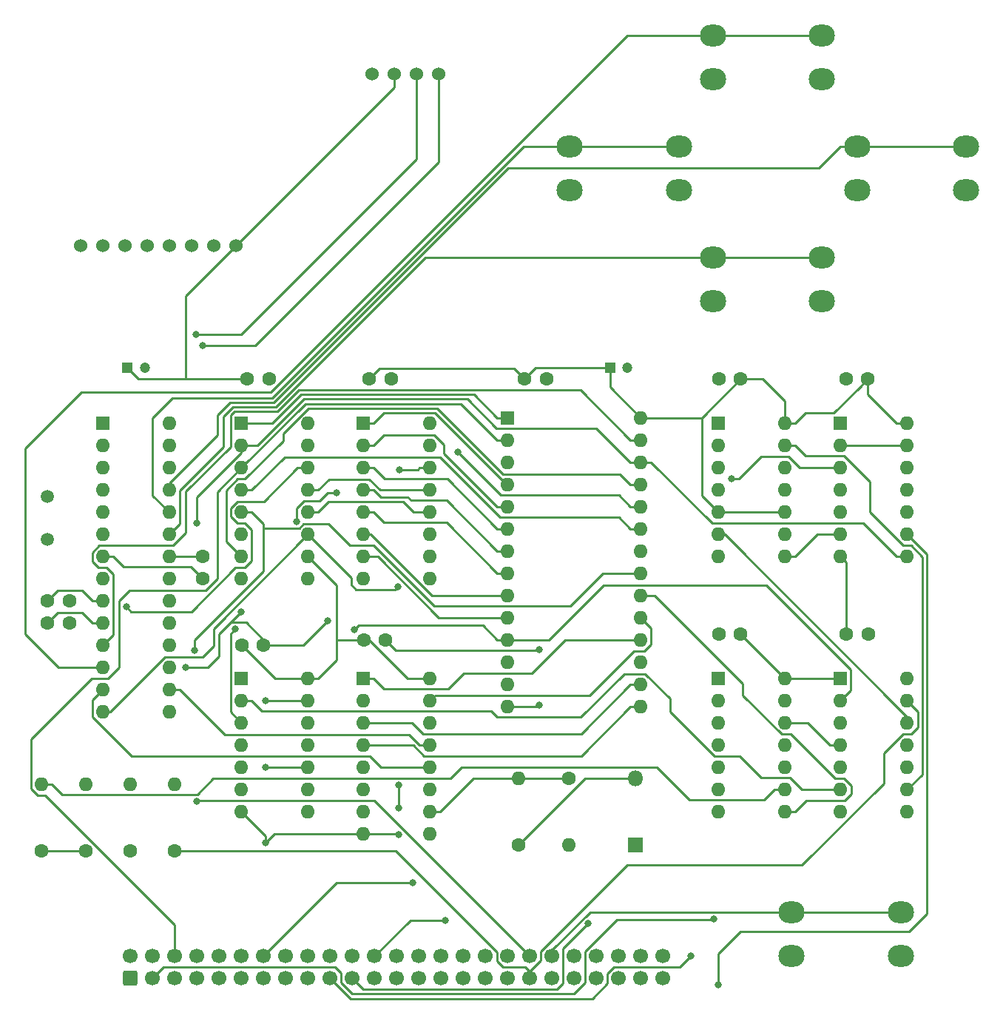
<source format=gbl>
G04 #@! TF.GenerationSoftware,KiCad,Pcbnew,(6.0.2-0)*
G04 #@! TF.CreationDate,2023-05-16T15:47:16+01:00*
G04 #@! TF.ProjectId,cpc6128_rom_board,63706336-3132-4385-9f72-6f6d5f626f61,1*
G04 #@! TF.SameCoordinates,Original*
G04 #@! TF.FileFunction,Copper,L2,Bot*
G04 #@! TF.FilePolarity,Positive*
%FSLAX46Y46*%
G04 Gerber Fmt 4.6, Leading zero omitted, Abs format (unit mm)*
G04 Created by KiCad (PCBNEW (6.0.2-0)) date 2023-05-16 15:47:16*
%MOMM*%
%LPD*%
G01*
G04 APERTURE LIST*
G04 Aperture macros list*
%AMRoundRect*
0 Rectangle with rounded corners*
0 $1 Rounding radius*
0 $2 $3 $4 $5 $6 $7 $8 $9 X,Y pos of 4 corners*
0 Add a 4 corners polygon primitive as box body*
4,1,4,$2,$3,$4,$5,$6,$7,$8,$9,$2,$3,0*
0 Add four circle primitives for the rounded corners*
1,1,$1+$1,$2,$3*
1,1,$1+$1,$4,$5*
1,1,$1+$1,$6,$7*
1,1,$1+$1,$8,$9*
0 Add four rect primitives between the rounded corners*
20,1,$1+$1,$2,$3,$4,$5,0*
20,1,$1+$1,$4,$5,$6,$7,0*
20,1,$1+$1,$6,$7,$8,$9,0*
20,1,$1+$1,$8,$9,$2,$3,0*%
G04 Aperture macros list end*
G04 #@! TA.AperFunction,ComponentPad*
%ADD10C,1.600000*%
G04 #@! TD*
G04 #@! TA.AperFunction,ComponentPad*
%ADD11O,3.000000X2.500000*%
G04 #@! TD*
G04 #@! TA.AperFunction,ComponentPad*
%ADD12R,1.600000X1.600000*%
G04 #@! TD*
G04 #@! TA.AperFunction,ComponentPad*
%ADD13O,1.600000X1.600000*%
G04 #@! TD*
G04 #@! TA.AperFunction,ComponentPad*
%ADD14RoundRect,0.250000X0.600000X-0.600000X0.600000X0.600000X-0.600000X0.600000X-0.600000X-0.600000X0*%
G04 #@! TD*
G04 #@! TA.AperFunction,ComponentPad*
%ADD15C,1.700000*%
G04 #@! TD*
G04 #@! TA.AperFunction,ComponentPad*
%ADD16C,1.500000*%
G04 #@! TD*
G04 #@! TA.AperFunction,ComponentPad*
%ADD17R,1.800000X1.800000*%
G04 #@! TD*
G04 #@! TA.AperFunction,ComponentPad*
%ADD18O,1.800000X1.800000*%
G04 #@! TD*
G04 #@! TA.AperFunction,ComponentPad*
%ADD19C,1.524000*%
G04 #@! TD*
G04 #@! TA.AperFunction,ComponentPad*
%ADD20R,1.200000X1.200000*%
G04 #@! TD*
G04 #@! TA.AperFunction,ComponentPad*
%ADD21C,1.200000*%
G04 #@! TD*
G04 #@! TA.AperFunction,ViaPad*
%ADD22C,0.800000*%
G04 #@! TD*
G04 #@! TA.AperFunction,Conductor*
%ADD23C,0.254000*%
G04 #@! TD*
G04 APERTURE END LIST*
D10*
X69870000Y-110490000D03*
X72370000Y-110490000D03*
D11*
X107425000Y-53420000D03*
X119925000Y-53420000D03*
X107425000Y-58420000D03*
X119925000Y-58420000D03*
D12*
X83820000Y-114300000D03*
D13*
X83820000Y-116840000D03*
X83820000Y-119380000D03*
X83820000Y-121920000D03*
X83820000Y-124460000D03*
X83820000Y-127000000D03*
X83820000Y-129540000D03*
X83820000Y-132080000D03*
X91440000Y-132080000D03*
X91440000Y-129540000D03*
X91440000Y-127000000D03*
X91440000Y-124460000D03*
X91440000Y-121920000D03*
X91440000Y-119380000D03*
X91440000Y-116840000D03*
X91440000Y-114300000D03*
D11*
X145325000Y-141010000D03*
X132825000Y-141010000D03*
X132825000Y-146010000D03*
X145325000Y-146010000D03*
D10*
X52070000Y-133985000D03*
D13*
X52070000Y-126365000D03*
D14*
X57150000Y-148590000D03*
D15*
X57150000Y-146050000D03*
X59690000Y-148590000D03*
X59690000Y-146050000D03*
X62230000Y-148590000D03*
X62230000Y-146050000D03*
X64770000Y-148590000D03*
X64770000Y-146050000D03*
X67310000Y-148590000D03*
X67310000Y-146050000D03*
X69850000Y-148590000D03*
X69850000Y-146050000D03*
X72390000Y-148590000D03*
X72390000Y-146050000D03*
X74930000Y-148590000D03*
X74930000Y-146050000D03*
X77470000Y-148590000D03*
X77470000Y-146050000D03*
X80010000Y-148590000D03*
X80010000Y-146050000D03*
X82550000Y-148590000D03*
X82550000Y-146050000D03*
X85090000Y-148590000D03*
X85090000Y-146050000D03*
X87630000Y-148590000D03*
X87630000Y-146050000D03*
X90170000Y-148590000D03*
X90170000Y-146050000D03*
X92710000Y-148590000D03*
X92710000Y-146050000D03*
X95250000Y-148590000D03*
X95250000Y-146050000D03*
X97790000Y-148590000D03*
X97790000Y-146050000D03*
X100330000Y-148590000D03*
X100330000Y-146050000D03*
X102870000Y-148590000D03*
X102870000Y-146050000D03*
X105410000Y-148590000D03*
X105410000Y-146050000D03*
X107950000Y-148590000D03*
X107950000Y-146050000D03*
X110490000Y-148590000D03*
X110490000Y-146050000D03*
X113030000Y-148590000D03*
X113030000Y-146050000D03*
X115570000Y-148590000D03*
X115570000Y-146050000D03*
X118110000Y-148590000D03*
X118110000Y-146050000D03*
D10*
X62230000Y-133985000D03*
D13*
X62230000Y-126365000D03*
D10*
X70505000Y-80010000D03*
X73005000Y-80010000D03*
D12*
X83820000Y-85090000D03*
D13*
X83820000Y-87630000D03*
X83820000Y-90170000D03*
X83820000Y-92710000D03*
X83820000Y-95250000D03*
X83820000Y-97790000D03*
X83820000Y-100330000D03*
X83820000Y-102870000D03*
X91440000Y-102870000D03*
X91440000Y-100330000D03*
X91440000Y-97790000D03*
X91440000Y-95250000D03*
X91440000Y-92710000D03*
X91440000Y-90170000D03*
X91440000Y-87630000D03*
X91440000Y-85090000D03*
D10*
X46990000Y-133985000D03*
D13*
X46990000Y-126365000D03*
D16*
X47625000Y-98335000D03*
X47625000Y-93435000D03*
D10*
X84475000Y-80010000D03*
X86975000Y-80010000D03*
D12*
X69850000Y-85090000D03*
D13*
X69850000Y-87630000D03*
X69850000Y-90170000D03*
X69850000Y-92710000D03*
X69850000Y-95250000D03*
X69850000Y-97790000D03*
X69850000Y-100330000D03*
X69850000Y-102870000D03*
X77470000Y-102870000D03*
X77470000Y-100330000D03*
X77470000Y-97790000D03*
X77470000Y-95250000D03*
X77470000Y-92710000D03*
X77470000Y-90170000D03*
X77470000Y-87630000D03*
X77470000Y-85090000D03*
D17*
X114935000Y-133350000D03*
D18*
X114935000Y-125730000D03*
D11*
X123825000Y-40680000D03*
X136325000Y-40680000D03*
X136325000Y-45680000D03*
X123825000Y-45680000D03*
D10*
X83840000Y-109855000D03*
X86340000Y-109855000D03*
X47645000Y-105410000D03*
X50145000Y-105410000D03*
X47645000Y-107950000D03*
X50145000Y-107950000D03*
D12*
X53985000Y-85100000D03*
D13*
X53985000Y-87640000D03*
X53985000Y-90180000D03*
X53985000Y-92720000D03*
X53985000Y-95260000D03*
X53985000Y-97800000D03*
X53985000Y-100340000D03*
X53985000Y-102880000D03*
X53985000Y-105420000D03*
X53985000Y-107960000D03*
X53985000Y-110500000D03*
X53985000Y-113040000D03*
X53985000Y-115580000D03*
X53985000Y-118120000D03*
X61605000Y-118120000D03*
X61605000Y-115580000D03*
X61605000Y-113040000D03*
X61605000Y-110500000D03*
X61605000Y-107960000D03*
X61605000Y-105420000D03*
X61605000Y-102880000D03*
X61605000Y-100340000D03*
X61605000Y-97800000D03*
X61605000Y-95260000D03*
X61605000Y-92720000D03*
X61605000Y-90180000D03*
X61605000Y-87640000D03*
X61605000Y-85100000D03*
D12*
X138430000Y-114300000D03*
D13*
X138430000Y-116840000D03*
X138430000Y-119380000D03*
X138430000Y-121920000D03*
X138430000Y-124460000D03*
X138430000Y-127000000D03*
X138430000Y-129540000D03*
X146050000Y-129540000D03*
X146050000Y-127000000D03*
X146050000Y-124460000D03*
X146050000Y-121920000D03*
X146050000Y-119380000D03*
X146050000Y-116840000D03*
X146050000Y-114300000D03*
D10*
X107315000Y-125730000D03*
D13*
X107315000Y-133350000D03*
D10*
X102255000Y-80010000D03*
X104755000Y-80010000D03*
D12*
X138430000Y-85090000D03*
D13*
X138430000Y-87630000D03*
X138430000Y-90170000D03*
X138430000Y-92710000D03*
X138430000Y-95250000D03*
X138430000Y-97790000D03*
X138430000Y-100330000D03*
X146050000Y-100330000D03*
X146050000Y-97790000D03*
X146050000Y-95250000D03*
X146050000Y-92710000D03*
X146050000Y-90170000D03*
X146050000Y-87630000D03*
X146050000Y-85090000D03*
D10*
X124480000Y-109220000D03*
X126980000Y-109220000D03*
D12*
X100325000Y-84465000D03*
D13*
X100325000Y-87005000D03*
X100325000Y-89545000D03*
X100325000Y-92085000D03*
X100325000Y-94625000D03*
X100325000Y-97165000D03*
X100325000Y-99705000D03*
X100325000Y-102245000D03*
X100325000Y-104785000D03*
X100325000Y-107325000D03*
X100325000Y-109865000D03*
X100325000Y-112405000D03*
X100325000Y-114945000D03*
X100325000Y-117485000D03*
X115565000Y-117485000D03*
X115565000Y-114945000D03*
X115565000Y-112405000D03*
X115565000Y-109865000D03*
X115565000Y-107325000D03*
X115565000Y-104785000D03*
X115565000Y-102245000D03*
X115565000Y-99705000D03*
X115565000Y-97165000D03*
X115565000Y-94625000D03*
X115565000Y-92085000D03*
X115565000Y-89545000D03*
X115565000Y-87005000D03*
X115565000Y-84465000D03*
D19*
X69215000Y-64770000D03*
X66675000Y-64770000D03*
X64135000Y-64770000D03*
X61595000Y-64770000D03*
X59055000Y-64770000D03*
X56515000Y-64770000D03*
X53975000Y-64770000D03*
X51435000Y-64770000D03*
D12*
X69850000Y-114300000D03*
D13*
X69850000Y-116840000D03*
X69850000Y-119380000D03*
X69850000Y-121920000D03*
X69850000Y-124460000D03*
X69850000Y-127000000D03*
X69850000Y-129540000D03*
X77470000Y-129540000D03*
X77470000Y-127000000D03*
X77470000Y-124460000D03*
X77470000Y-121920000D03*
X77470000Y-119380000D03*
X77470000Y-116840000D03*
X77470000Y-114300000D03*
D20*
X112057400Y-78740000D03*
D21*
X114057400Y-78740000D03*
D12*
X124470000Y-114295000D03*
D13*
X124470000Y-116835000D03*
X124470000Y-119375000D03*
X124470000Y-121915000D03*
X124470000Y-124455000D03*
X124470000Y-126995000D03*
X124470000Y-129535000D03*
X132090000Y-129535000D03*
X132090000Y-126995000D03*
X132090000Y-124455000D03*
X132090000Y-121915000D03*
X132090000Y-119375000D03*
X132090000Y-116835000D03*
X132090000Y-114295000D03*
D19*
X84836000Y-45085000D03*
X87376000Y-45085000D03*
X89916000Y-45085000D03*
X92456000Y-45085000D03*
D11*
X140335000Y-53380000D03*
X152835000Y-53380000D03*
X152835000Y-58380000D03*
X140335000Y-58380000D03*
D10*
X124500000Y-80010000D03*
X127000000Y-80010000D03*
D12*
X124460000Y-85090000D03*
D13*
X124460000Y-87630000D03*
X124460000Y-90170000D03*
X124460000Y-92710000D03*
X124460000Y-95250000D03*
X124460000Y-97790000D03*
X124460000Y-100330000D03*
X132080000Y-100330000D03*
X132080000Y-97790000D03*
X132080000Y-95250000D03*
X132080000Y-92710000D03*
X132080000Y-90170000D03*
X132080000Y-87630000D03*
X132080000Y-85090000D03*
D20*
X56812400Y-78740000D03*
D21*
X58812400Y-78740000D03*
D11*
X136325000Y-66080000D03*
X123825000Y-66080000D03*
X136325000Y-71080000D03*
X123825000Y-71080000D03*
D10*
X139065000Y-80010000D03*
X141565000Y-80010000D03*
X101600000Y-133350000D03*
D13*
X101600000Y-125730000D03*
D10*
X139105000Y-109220000D03*
X141605000Y-109220000D03*
X65405000Y-102850000D03*
X65405000Y-100350000D03*
X57150000Y-133985000D03*
D13*
X57150000Y-126365000D03*
D22*
X63500000Y-113030000D03*
X72644000Y-116840000D03*
X103904500Y-117348000D03*
X87884000Y-126510500D03*
X87840103Y-132123897D03*
X79756000Y-107696000D03*
X72644000Y-133096000D03*
X72644000Y-124460000D03*
X87840103Y-129075897D03*
X69850000Y-106680000D03*
X103904500Y-110998000D03*
X64624500Y-74930000D03*
X65405000Y-76200000D03*
X123952000Y-141790500D03*
X69179900Y-108646500D03*
X64770000Y-96520000D03*
X64527200Y-111063100D03*
X94591700Y-88395700D03*
X80773000Y-93014100D03*
X76168000Y-96303700D03*
X89473900Y-137690000D03*
X121285000Y-146050000D03*
X109534400Y-142342400D03*
X93168700Y-141952200D03*
X82774700Y-108708500D03*
X125984000Y-91440000D03*
X124460000Y-149352000D03*
X64770000Y-128336100D03*
X56660500Y-106045000D03*
X87789400Y-103754100D03*
X87933300Y-90386700D03*
D23*
X53985000Y-105420000D02*
X52803900Y-105420000D01*
X48827200Y-104227800D02*
X47645000Y-105410000D01*
X52803900Y-105420000D02*
X51611700Y-104227800D01*
X51611700Y-104227800D02*
X48827200Y-104227800D01*
X139105000Y-101005000D02*
X138430000Y-100330000D01*
X103904500Y-110998000D02*
X103856989Y-111045511D01*
X70400989Y-107865989D02*
X72370000Y-109835000D01*
X103904500Y-117348000D02*
X103767500Y-117485000D01*
X103767500Y-117485000D02*
X100325000Y-117485000D01*
X72644000Y-133096000D02*
X72644000Y-132334000D01*
X76962000Y-110490000D02*
X72370000Y-110490000D01*
X87796206Y-132080000D02*
X87840103Y-132123897D01*
X67310000Y-111760000D02*
X67310000Y-109220000D01*
X72370000Y-109835000D02*
X72370000Y-110490000D01*
X103856989Y-111045511D02*
X87530511Y-111045511D01*
X66040000Y-113030000D02*
X67310000Y-111760000D01*
X72644000Y-124460000D02*
X77470000Y-124460000D01*
X72644000Y-133096000D02*
X73660000Y-132080000D01*
X67310000Y-109220000D02*
X68664011Y-107865989D01*
X68664011Y-107865989D02*
X69850000Y-106680000D01*
X72644000Y-132334000D02*
X69850000Y-129540000D01*
X65405000Y-100350000D02*
X61615000Y-100350000D01*
X63500000Y-113030000D02*
X66040000Y-113030000D01*
X79756000Y-107696000D02*
X76962000Y-110490000D01*
X69765989Y-107865989D02*
X70400989Y-107865989D01*
X87840103Y-129075897D02*
X87884000Y-129032000D01*
X61615000Y-100350000D02*
X61605000Y-100340000D01*
X68664011Y-107865989D02*
X69765989Y-107865989D01*
X73660000Y-132080000D02*
X83820000Y-132080000D01*
X72644000Y-116840000D02*
X77470000Y-116840000D01*
X139105000Y-109220000D02*
X139105000Y-101005000D01*
X87530511Y-111045511D02*
X86340000Y-109855000D01*
X87884000Y-129032000D02*
X87884000Y-126510500D01*
X83820000Y-132080000D02*
X87796206Y-132080000D01*
X51603300Y-106759400D02*
X48835600Y-106759400D01*
X53985000Y-107960000D02*
X52803900Y-107960000D01*
X52803900Y-107960000D02*
X51603300Y-106759400D01*
X48835600Y-106759400D02*
X47645000Y-107950000D01*
X133261100Y-100330000D02*
X135801100Y-97790000D01*
X101600000Y-133350000D02*
X109220000Y-125730000D01*
X109220000Y-125730000D02*
X113653900Y-125730000D01*
X135801100Y-97790000D02*
X138430000Y-97790000D01*
X114935000Y-125730000D02*
X113653900Y-125730000D01*
X132080000Y-100330000D02*
X133261100Y-100330000D01*
X56347200Y-101521100D02*
X64076100Y-101521100D01*
X78651100Y-114300000D02*
X80772100Y-112179000D01*
X137248900Y-121920000D02*
X134703900Y-119375000D01*
X122545000Y-84465000D02*
X122545000Y-93335000D01*
X140677000Y-80898000D02*
X141565000Y-80010000D01*
X58082400Y-80010000D02*
X70505000Y-80010000D01*
X132055000Y-114295000D02*
X132090000Y-114295000D01*
X137666100Y-83908900D02*
X140677000Y-80898000D01*
X80772100Y-109855000D02*
X83840000Y-109855000D01*
X126980000Y-109220000D02*
X132055000Y-114295000D01*
X78060600Y-114300000D02*
X78651100Y-114300000D01*
X85656200Y-78828800D02*
X101073800Y-78828800D01*
X46990000Y-133985000D02*
X52070000Y-133985000D01*
X133261100Y-85090000D02*
X134442200Y-83908900D01*
X53985000Y-100340000D02*
X55166100Y-100340000D01*
X80772100Y-103632100D02*
X77470000Y-100330000D01*
X138430000Y-121920000D02*
X137248900Y-121920000D01*
X55166100Y-100340000D02*
X56347200Y-101521100D01*
X80772100Y-109855000D02*
X80772100Y-103632100D01*
X144868900Y-85090000D02*
X146050000Y-85090000D01*
X132080000Y-82550000D02*
X132080000Y-85090000D01*
X73680000Y-114300000D02*
X77470000Y-114300000D01*
X129540000Y-80010000D02*
X132080000Y-82550000D01*
X63500000Y-80010000D02*
X70505000Y-80010000D01*
X103525000Y-78740000D02*
X102255000Y-80010000D01*
X101073800Y-78828800D02*
X102255000Y-80010000D01*
X107315000Y-125730000D02*
X101600000Y-125730000D01*
X137243900Y-114295000D02*
X137248900Y-114300000D01*
X132080000Y-85090000D02*
X133261100Y-85090000D01*
X141565000Y-80010000D02*
X141565000Y-81786100D01*
X122545000Y-84465000D02*
X127000000Y-80010000D01*
X91440000Y-129540000D02*
X92621100Y-129540000D01*
X84475000Y-80010000D02*
X85656200Y-78828800D01*
X78060600Y-114300000D02*
X77470000Y-114300000D01*
X69215000Y-64770000D02*
X63500000Y-70485000D01*
X91440000Y-114300000D02*
X88900000Y-114300000D01*
X141565000Y-81786100D02*
X144868900Y-85090000D01*
X112057400Y-78740000D02*
X103525000Y-78740000D01*
X87376000Y-45085000D02*
X87376000Y-46609000D01*
X127000000Y-80010000D02*
X129540000Y-80010000D01*
X80772100Y-112179000D02*
X80772100Y-109855000D01*
X122545000Y-93335000D02*
X124460000Y-95250000D01*
X56812400Y-78740000D02*
X58082400Y-80010000D01*
X112057400Y-80957400D02*
X115565000Y-84465000D01*
X88900000Y-114300000D02*
X84455000Y-109855000D01*
X134703900Y-119375000D02*
X132090000Y-119375000D01*
X92621100Y-129540000D02*
X96431100Y-125730000D01*
X64076100Y-101521100D02*
X65405000Y-102850000D01*
X132080000Y-95250000D02*
X124460000Y-95250000D01*
X138430000Y-114300000D02*
X137248900Y-114300000D01*
X96431100Y-125730000D02*
X101600000Y-125730000D01*
X132090000Y-114295000D02*
X137243900Y-114295000D01*
X134442200Y-83908900D02*
X137666100Y-83908900D01*
X84455000Y-109855000D02*
X83840000Y-109855000D01*
X87376000Y-46609000D02*
X69215000Y-64770000D01*
X115565000Y-84465000D02*
X122545000Y-84465000D01*
X63500000Y-70485000D02*
X63500000Y-80010000D01*
X112057400Y-78740000D02*
X112057400Y-80957400D01*
X69870000Y-110490000D02*
X73680000Y-114300000D01*
X89916000Y-54864000D02*
X69850000Y-74930000D01*
X89916000Y-45085000D02*
X89916000Y-54864000D01*
X69850000Y-74930000D02*
X64624500Y-74930000D01*
X71437500Y-76200000D02*
X65405000Y-76200000D01*
X92456000Y-45085000D02*
X92456000Y-55181500D01*
X92456000Y-55181500D02*
X71437500Y-76200000D01*
X81241200Y-147988400D02*
X80572800Y-147320000D01*
X109220000Y-146685000D02*
X109220000Y-149063900D01*
X80572800Y-147320000D02*
X60960000Y-147320000D01*
X82490300Y-150351600D02*
X81241200Y-149102500D01*
X60960000Y-147320000D02*
X59690000Y-148590000D01*
X123952000Y-141790500D02*
X123824900Y-141917600D01*
X109220000Y-145524800D02*
X109220000Y-146614790D01*
X123824900Y-141917600D02*
X112827200Y-141917600D01*
X109220000Y-149063900D02*
X107932300Y-150351600D01*
X112827200Y-141917600D02*
X109220000Y-145524800D01*
X81241200Y-149102500D02*
X81241200Y-147988400D01*
X107932300Y-150351600D02*
X82490300Y-150351600D01*
X68600400Y-109226000D02*
X69179900Y-108646500D01*
X76701600Y-81806200D02*
X73417800Y-85090000D01*
X96485100Y-81806200D02*
X76701600Y-81806200D01*
X69850000Y-119380000D02*
X68600400Y-118130400D01*
X99143900Y-84465000D02*
X96485100Y-81806200D01*
X100325000Y-84465000D02*
X99143900Y-84465000D01*
X73417800Y-85090000D02*
X69850000Y-85090000D01*
X68600400Y-118130400D02*
X68600400Y-109226000D01*
X114383900Y-89545000D02*
X110485100Y-85646200D01*
X76987000Y-82314300D02*
X71671300Y-87630000D01*
X69850000Y-88442000D02*
X69850000Y-87630000D01*
X116746100Y-89545000D02*
X123721100Y-96520000D01*
X116064900Y-89545000D02*
X116746100Y-89545000D01*
X64770000Y-96520000D02*
X64770000Y-93522000D01*
X123721100Y-96520000D02*
X141058900Y-96520000D01*
X99067100Y-85646200D02*
X95735200Y-82314300D01*
X110485100Y-85646200D02*
X99067100Y-85646200D01*
X146050000Y-100330000D02*
X144868900Y-100330000D01*
X64770000Y-93522000D02*
X69850000Y-88442000D01*
X141058900Y-96520000D02*
X144868900Y-100330000D01*
X95735200Y-82314300D02*
X76987000Y-82314300D01*
X115565000Y-89545000D02*
X114383900Y-89545000D01*
X116064900Y-89545000D02*
X115565000Y-89545000D01*
X71671300Y-87630000D02*
X69850000Y-87630000D01*
X47413600Y-127654000D02*
X46546500Y-127654000D01*
X54610000Y-114300000D02*
X55880000Y-113030000D01*
X45805200Y-126912700D02*
X45805200Y-121199800D01*
X94973100Y-82834200D02*
X77185800Y-82834200D01*
X57059800Y-104230200D02*
X65741100Y-104230200D01*
X55880000Y-105410000D02*
X57059800Y-104230200D01*
X99143900Y-87005000D02*
X94973100Y-82834200D01*
X55880000Y-113030000D02*
X55880000Y-105410000D01*
X62230000Y-146050000D02*
X62230000Y-142470400D01*
X65741100Y-104230200D02*
X67108600Y-102862700D01*
X67108600Y-92911400D02*
X69850000Y-90170000D01*
X77185800Y-82834200D02*
X69850000Y-90170000D01*
X100325000Y-87005000D02*
X99143900Y-87005000D01*
X52705000Y-114300000D02*
X54610000Y-114300000D01*
X46546500Y-127654000D02*
X45805200Y-126912700D01*
X45805200Y-121199800D02*
X52705000Y-114300000D01*
X67108600Y-102862700D02*
X67108600Y-92911400D01*
X62230000Y-142470400D02*
X47413600Y-127654000D01*
X113048900Y-95830000D02*
X99473600Y-95830000D01*
X115565000Y-97165000D02*
X114383900Y-97165000D01*
X114383900Y-97165000D02*
X113048900Y-95830000D01*
X74781600Y-88959500D02*
X71031100Y-92710000D01*
X99473600Y-95830000D02*
X92603100Y-88959500D01*
X69850000Y-92710000D02*
X71031100Y-92710000D01*
X92603100Y-88959500D02*
X74781600Y-88959500D01*
X72389900Y-96608800D02*
X72389900Y-97084800D01*
X79799400Y-96608800D02*
X82250600Y-99060000D01*
X69850000Y-95250000D02*
X71031100Y-95250000D01*
X76967500Y-96608800D02*
X79799400Y-96608800D01*
X84956100Y-99060000D02*
X91887600Y-105991500D01*
X107508900Y-105991500D02*
X111255400Y-102245000D01*
X76491500Y-97084800D02*
X76967500Y-96608800D01*
X111255400Y-102245000D02*
X115565000Y-102245000D01*
X82250600Y-99060000D02*
X84956100Y-99060000D01*
X72389900Y-102000600D02*
X64527200Y-109863300D01*
X72389900Y-97084800D02*
X72389900Y-102000600D01*
X71031100Y-95250000D02*
X72389900Y-96608800D01*
X64527200Y-109863300D02*
X64527200Y-111063100D01*
X72389900Y-97084800D02*
X76491500Y-97084800D01*
X91887600Y-105991500D02*
X107508900Y-105991500D01*
X113073600Y-93314700D02*
X99510700Y-93314700D01*
X99510700Y-93314700D02*
X94591700Y-88395700D01*
X114383900Y-94625000D02*
X113073600Y-93314700D01*
X115565000Y-94625000D02*
X114383900Y-94625000D01*
X92264900Y-83342300D02*
X99826500Y-90903900D01*
X68111300Y-92740000D02*
X69411300Y-91440000D01*
X70281800Y-91440000D02*
X74623900Y-87097900D01*
X68111300Y-98591300D02*
X68111300Y-92740000D01*
X114383900Y-92085000D02*
X115565000Y-92085000D01*
X74623900Y-87097900D02*
X74623900Y-86259900D01*
X77541500Y-83342300D02*
X92264900Y-83342300D01*
X74623900Y-86259900D02*
X77541500Y-83342300D01*
X99826500Y-90903900D02*
X113202800Y-90903900D01*
X69850000Y-100330000D02*
X68111300Y-98591300D01*
X69411300Y-91440000D02*
X70281800Y-91440000D01*
X113202800Y-90903900D02*
X114383900Y-92085000D01*
X100190000Y-92085000D02*
X92013900Y-83908900D01*
X92013900Y-83908900D02*
X86182200Y-83908900D01*
X85001100Y-85090000D02*
X83820000Y-85090000D01*
X86182200Y-83908900D02*
X85001100Y-85090000D01*
X100325000Y-92085000D02*
X100190000Y-92085000D01*
X76168000Y-94815800D02*
X76168000Y-96303700D01*
X86195900Y-86435200D02*
X85001100Y-87630000D01*
X99143900Y-94625000D02*
X93047600Y-88528700D01*
X93047600Y-88528700D02*
X93047600Y-87562800D01*
X77003800Y-93980000D02*
X76168000Y-94815800D01*
X100325000Y-94625000D02*
X99143900Y-94625000D01*
X91920000Y-86435200D02*
X86195900Y-86435200D01*
X93047600Y-87562800D02*
X91920000Y-86435200D01*
X83820000Y-87630000D02*
X85001100Y-87630000D01*
X80773000Y-93014100D02*
X79756600Y-93014100D01*
X78790700Y-93980000D02*
X77003800Y-93980000D01*
X79756600Y-93014100D02*
X78790700Y-93980000D01*
X93418900Y-91440000D02*
X86271100Y-91440000D01*
X83820000Y-90170000D02*
X85001100Y-90170000D01*
X100325000Y-97165000D02*
X99143900Y-97165000D01*
X99143900Y-97165000D02*
X93418900Y-91440000D01*
X80750000Y-137690000D02*
X89473900Y-137690000D01*
X86271100Y-91440000D02*
X85001100Y-90170000D01*
X72390000Y-146050000D02*
X80750000Y-137690000D01*
X93350900Y-93912000D02*
X89280100Y-93912000D01*
X85836300Y-93545200D02*
X85001100Y-92710000D01*
X88913300Y-93545200D02*
X85836300Y-93545200D01*
X83820000Y-92710000D02*
X85001100Y-92710000D01*
X99143900Y-99705000D02*
X93350900Y-93912000D01*
X100325000Y-99705000D02*
X99143900Y-99705000D01*
X89280100Y-93912000D02*
X88913300Y-93545200D01*
X86182300Y-96431200D02*
X85001100Y-95250000D01*
X100325000Y-102245000D02*
X99143900Y-102245000D01*
X99143900Y-102245000D02*
X93330100Y-96431200D01*
X83820000Y-95250000D02*
X85001100Y-95250000D01*
X93330100Y-96431200D02*
X86182300Y-96431200D01*
X100325000Y-104785000D02*
X91627000Y-104785000D01*
X84632000Y-97790000D02*
X83820000Y-97790000D01*
X91627000Y-104785000D02*
X84632000Y-97790000D01*
X100325000Y-107325000D02*
X92465000Y-107325000D01*
X85470000Y-100330000D02*
X85001100Y-100330000D01*
X92465000Y-107325000D02*
X85470000Y-100330000D01*
X83820000Y-100330000D02*
X85001100Y-100330000D01*
X111760000Y-149153700D02*
X110012000Y-150901700D01*
X120054489Y-147280511D02*
X112521889Y-147280511D01*
X114803100Y-111135000D02*
X109723100Y-116215000D01*
X116745511Y-108505511D02*
X116745511Y-110353985D01*
X116745511Y-110353985D02*
X115964496Y-111135000D01*
X109723100Y-116215000D02*
X92065000Y-116215000D01*
X112521889Y-147280511D02*
X111760000Y-148042400D01*
X82321700Y-150901700D02*
X80010000Y-148590000D01*
X115964496Y-111135000D02*
X114803100Y-111135000D01*
X115565000Y-107325000D02*
X116745511Y-108505511D01*
X111760000Y-148042400D02*
X111760000Y-149153700D01*
X92065000Y-116215000D02*
X91440000Y-116840000D01*
X121285000Y-146050000D02*
X120054489Y-147280511D01*
X110012000Y-150901700D02*
X82321700Y-150901700D01*
X115565000Y-109865000D02*
X106890300Y-109865000D01*
X103080300Y-113675000D02*
X95333900Y-113675000D01*
X86182200Y-115481100D02*
X85001100Y-114300000D01*
X95333900Y-113675000D02*
X93527800Y-115481100D01*
X93527800Y-115481100D02*
X86182200Y-115481100D01*
X83820000Y-114300000D02*
X85001100Y-114300000D01*
X106890300Y-109865000D02*
X103080300Y-113675000D01*
X106001200Y-149843500D02*
X83803500Y-149843500D01*
X83803500Y-149843500D02*
X82550000Y-148590000D01*
X106680100Y-149164600D02*
X106001200Y-149843500D01*
X106680100Y-145196700D02*
X106680100Y-149164600D01*
X109534400Y-142342400D02*
X106680100Y-145196700D01*
X90624000Y-120595900D02*
X89408100Y-119380000D01*
X108733000Y-120595900D02*
X90624000Y-120595900D01*
X115565000Y-114945000D02*
X114383900Y-114945000D01*
X114383900Y-114945000D02*
X108733000Y-120595900D01*
X89408100Y-119380000D02*
X83820000Y-119380000D01*
X89540200Y-121920000D02*
X83820000Y-121920000D01*
X114383900Y-117485000D02*
X108739400Y-123129500D01*
X115565000Y-117485000D02*
X114383900Y-117485000D01*
X108739400Y-123129500D02*
X90749700Y-123129500D01*
X90749700Y-123129500D02*
X89540200Y-121920000D01*
X93168700Y-141952200D02*
X89187800Y-141952200D01*
X89187800Y-141952200D02*
X85090000Y-146050000D01*
X83279200Y-108204000D02*
X82774700Y-108708500D01*
X111335100Y-103602500D02*
X129940900Y-103602500D01*
X100325000Y-109865000D02*
X105072600Y-109865000D01*
X99143900Y-109865000D02*
X97482900Y-108204000D01*
X105072600Y-109865000D02*
X111335100Y-103602500D01*
X139610511Y-115659489D02*
X138430000Y-116840000D01*
X129940900Y-103602500D02*
X139610511Y-113272111D01*
X97482900Y-108204000D02*
X83279200Y-108204000D01*
X100325000Y-109865000D02*
X99143900Y-109865000D01*
X139610511Y-113272111D02*
X139610511Y-115659489D01*
X133749496Y-90170000D02*
X138430000Y-90170000D01*
X129313600Y-88900000D02*
X132479496Y-88900000D01*
X132479496Y-88900000D02*
X133749496Y-90170000D01*
X126773600Y-91440000D02*
X129313600Y-88900000D01*
X125984000Y-91440000D02*
X126773600Y-91440000D01*
X124460000Y-149352000D02*
X124460000Y-145796000D01*
X146304000Y-143256000D02*
X148336000Y-141224000D01*
X124460000Y-145796000D02*
X127000000Y-143256000D01*
X148336000Y-100076000D02*
X146050000Y-97790000D01*
X148336000Y-141224000D02*
X148336000Y-100076000D01*
X127000000Y-143256000D02*
X146304000Y-143256000D01*
X113990900Y-135650300D02*
X134040600Y-135650300D01*
X104140000Y-145501200D02*
X113990900Y-135650300D01*
X102870000Y-147811800D02*
X104140000Y-146541800D01*
X104140000Y-146541800D02*
X104140000Y-145501200D01*
X102870000Y-147811800D02*
X102870000Y-148590000D01*
X62230000Y-133985000D02*
X87477700Y-133985000D01*
X99782400Y-147320000D02*
X102378200Y-147320000D01*
X87477700Y-133985000D02*
X99098800Y-145606100D01*
X134040600Y-135650300D02*
X143386100Y-126304800D01*
X143386100Y-126304800D02*
X143386100Y-122871500D01*
X147295700Y-118085700D02*
X146050000Y-116840000D01*
X102378200Y-147320000D02*
X102870000Y-147811800D01*
X146498400Y-120650000D02*
X147295700Y-119852700D01*
X99098800Y-146636400D02*
X99782400Y-147320000D01*
X143386100Y-122871500D02*
X145607600Y-120650000D01*
X99098800Y-145606100D02*
X99098800Y-146636400D01*
X145607600Y-120650000D02*
X146498400Y-120650000D01*
X147295700Y-119852700D02*
X147295700Y-118085700D01*
X64770000Y-128336100D02*
X64836100Y-128270000D01*
X64836100Y-128270000D02*
X85090000Y-128270000D01*
X85090000Y-128270000D02*
X102870000Y-146050000D01*
X131872500Y-141010000D02*
X130919900Y-141010000D01*
X105410000Y-145362200D02*
X105410000Y-146050000D01*
X132825000Y-141010000D02*
X145325000Y-141010000D01*
X130919900Y-141010000D02*
X109762200Y-141010000D01*
X131872500Y-141010000D02*
X132825000Y-141010000D01*
X109762200Y-141010000D02*
X105410000Y-145362200D01*
X93756200Y-125730000D02*
X95041600Y-124444600D01*
X129718300Y-128185600D02*
X130908900Y-126995000D01*
X95041600Y-124444600D02*
X117368800Y-124444600D01*
X66617900Y-125730000D02*
X93756200Y-125730000D01*
X49361700Y-127555600D02*
X64792300Y-127555600D01*
X64792300Y-127555600D02*
X66617900Y-125730000D01*
X46990000Y-126365000D02*
X48171100Y-126365000D01*
X117368800Y-124444600D02*
X121109800Y-128185600D01*
X132090000Y-126995000D02*
X130908900Y-126995000D01*
X121109800Y-128185600D02*
X129718300Y-128185600D01*
X48171100Y-126365000D02*
X49361700Y-127555600D01*
X53552900Y-99070000D02*
X62026900Y-99070000D01*
X63500000Y-92899700D02*
X68659200Y-87740500D01*
X54437300Y-101610000D02*
X53508600Y-101610000D01*
X53985000Y-110500000D02*
X55173800Y-109311200D01*
X63500000Y-97596900D02*
X63500000Y-92899700D01*
X114383900Y-87005000D02*
X115565000Y-87005000D01*
X55173800Y-102346500D02*
X54437300Y-101610000D01*
X68659200Y-84139000D02*
X69075600Y-83722600D01*
X52766400Y-99856500D02*
X53552900Y-99070000D01*
X69075600Y-83722600D02*
X73991500Y-83722600D01*
X62026900Y-99070000D02*
X63500000Y-97596900D01*
X55173800Y-109311200D02*
X55173800Y-102346500D01*
X52766400Y-100867800D02*
X52766400Y-99856500D01*
X73991500Y-83722600D02*
X76416000Y-81298100D01*
X76416000Y-81298100D02*
X108677000Y-81298100D01*
X108677000Y-81298100D02*
X114383900Y-87005000D01*
X68659200Y-87740500D02*
X68659200Y-84139000D01*
X53508600Y-101610000D02*
X52766400Y-100867800D01*
X84510200Y-91500400D02*
X85719800Y-92710000D01*
X62786100Y-115580000D02*
X67945000Y-120738900D01*
X79860700Y-91500400D02*
X84510200Y-91500400D01*
X85719800Y-92710000D02*
X91440000Y-92710000D01*
X77470000Y-92710000D02*
X78651100Y-92710000D01*
X61605000Y-115580000D02*
X62786100Y-115580000D01*
X91440000Y-121920000D02*
X90258900Y-121920000D01*
X78651100Y-92710000D02*
X79860700Y-91500400D01*
X89077800Y-120738900D02*
X90258900Y-121920000D01*
X67945000Y-120738900D02*
X89077800Y-120738900D01*
X73223900Y-81510700D02*
X114054600Y-40680000D01*
X114054600Y-40680000D02*
X123825000Y-40680000D01*
X53985000Y-113040000D02*
X48905000Y-113040000D01*
X48905000Y-113040000D02*
X45085000Y-109220000D01*
X45085000Y-109220000D02*
X45085000Y-87945622D01*
X136325000Y-40680000D02*
X123825000Y-40680000D01*
X45085000Y-87945622D02*
X51519922Y-81510700D01*
X51519922Y-81510700D02*
X73223900Y-81510700D01*
X73788000Y-83207400D02*
X90915400Y-66080000D01*
X62785511Y-92808689D02*
X67807500Y-87786700D01*
X61605000Y-97800000D02*
X62785511Y-96619489D01*
X136325000Y-66080000D02*
X123825000Y-66080000D01*
X67807500Y-84272200D02*
X68872300Y-83207400D01*
X62785511Y-96619489D02*
X62785511Y-92808689D01*
X68872300Y-83207400D02*
X73788000Y-83207400D01*
X90915400Y-66080000D02*
X123825000Y-66080000D01*
X67807500Y-87786700D02*
X67807500Y-84272200D01*
X119925000Y-53420000D02*
X107425000Y-53420000D01*
X59690000Y-93345000D02*
X61605000Y-95260000D01*
X61953800Y-82191200D02*
X59690000Y-84455000D01*
X107425000Y-53420000D02*
X102138200Y-53420000D01*
X59690000Y-84455000D02*
X59690000Y-93345000D01*
X73367000Y-82191200D02*
X61953800Y-82191200D01*
X102138200Y-53420000D02*
X73367000Y-82191200D01*
X73578358Y-82699300D02*
X68586400Y-82699300D01*
X67119900Y-86393200D02*
X61605000Y-91908100D01*
X135929900Y-55880000D02*
X100397658Y-55880000D01*
X138429900Y-53380000D02*
X135929900Y-55880000D01*
X67119900Y-84165800D02*
X67119900Y-86393200D01*
X100397658Y-55880000D02*
X73578358Y-82699300D01*
X152835000Y-53380000D02*
X140335000Y-53380000D01*
X68586400Y-82699300D02*
X67119900Y-84165800D01*
X61605000Y-91908100D02*
X61605000Y-92720000D01*
X140335000Y-53380000D02*
X138429900Y-53380000D01*
X134536100Y-128270000D02*
X133271100Y-129535000D01*
X139673400Y-126555100D02*
X139673400Y-127506100D01*
X139673400Y-127506100D02*
X138909500Y-128270000D01*
X138848300Y-125730000D02*
X139673400Y-126555100D01*
X127234400Y-116191600D02*
X131687800Y-120645000D01*
X138909500Y-128270000D02*
X134536100Y-128270000D01*
X115565000Y-104785000D02*
X117113000Y-104785000D01*
X117113000Y-104785000D02*
X127234400Y-114906400D01*
X131687800Y-120645000D02*
X132761000Y-120645000D01*
X137846000Y-125730000D02*
X138848300Y-125730000D01*
X132090000Y-129535000D02*
X133271100Y-129535000D01*
X127234400Y-114906400D02*
X127234400Y-116191600D01*
X132761000Y-120645000D02*
X137846000Y-125730000D01*
X71031200Y-100824500D02*
X71031200Y-97265800D01*
X70285400Y-96520000D02*
X69428400Y-96520000D01*
X69428400Y-96520000D02*
X68619500Y-95711100D01*
X72413900Y-94045000D02*
X76288900Y-90170000D01*
X71031200Y-97265800D02*
X70285400Y-96520000D01*
X56660500Y-106045000D02*
X57236900Y-106621400D01*
X68619500Y-95711100D02*
X68619500Y-94788800D01*
X68619500Y-94788800D02*
X69363300Y-94045000D01*
X69158200Y-101600000D02*
X70255700Y-101600000D01*
X76288900Y-90170000D02*
X77470000Y-90170000D01*
X69363300Y-94045000D02*
X72413900Y-94045000D01*
X70255700Y-101600000D02*
X71031200Y-100824500D01*
X57236900Y-106621400D02*
X64136800Y-106621400D01*
X64136800Y-106621400D02*
X69158200Y-101600000D01*
X57329800Y-123190000D02*
X84553500Y-123190000D01*
X89540300Y-95250000D02*
X90258900Y-95250000D01*
X52804489Y-116760511D02*
X52804489Y-118664689D01*
X53985000Y-115580000D02*
X52804489Y-116760511D01*
X78651100Y-95250000D02*
X79840100Y-94061000D01*
X88351300Y-94061000D02*
X89540300Y-95250000D01*
X85823500Y-124460000D02*
X91440000Y-124460000D01*
X91440000Y-95250000D02*
X90258900Y-95250000D01*
X52804489Y-118664689D02*
X57329800Y-123190000D01*
X79840100Y-94061000D02*
X88351300Y-94061000D01*
X84553500Y-123190000D02*
X85823500Y-124460000D01*
X77470000Y-95250000D02*
X78651100Y-95250000D01*
X66675000Y-110572500D02*
X66675000Y-108585000D01*
X66675000Y-108585000D02*
X77470000Y-97790000D01*
X82403985Y-102723985D02*
X82403985Y-103558733D01*
X87460100Y-104083400D02*
X87789400Y-103754100D01*
X82928652Y-104083400D02*
X87460100Y-104083400D01*
X65403300Y-111844200D02*
X66675000Y-110572500D01*
X61072800Y-111844200D02*
X65403300Y-111844200D01*
X77470000Y-97790000D02*
X82403985Y-102723985D01*
X82403985Y-103558733D02*
X82928652Y-104083400D01*
X53985000Y-118120000D02*
X54797000Y-118120000D01*
X54797000Y-118120000D02*
X61072800Y-111844200D01*
X98423200Y-118021100D02*
X99087400Y-118685300D01*
X108694000Y-118685300D02*
X113642700Y-113736600D01*
X72212200Y-118021100D02*
X98423200Y-118021100D01*
X71031100Y-116840000D02*
X72212200Y-118021100D01*
X118895900Y-116562700D02*
X118895900Y-118084600D01*
X123996300Y-123185000D02*
X126886100Y-123185000D01*
X118895900Y-118084600D02*
X123996300Y-123185000D01*
X69850000Y-116840000D02*
X71031100Y-116840000D01*
X132669200Y-125636200D02*
X134033000Y-127000000D01*
X126886100Y-123185000D02*
X129337300Y-125636200D01*
X113642700Y-113736600D02*
X116069800Y-113736600D01*
X99087400Y-118685300D02*
X108694000Y-118685300D01*
X129337300Y-125636200D02*
X132669200Y-125636200D01*
X134033000Y-127000000D02*
X138430000Y-127000000D01*
X116069800Y-113736600D02*
X118895900Y-116562700D01*
X141760900Y-91760000D02*
X141760900Y-95244600D01*
X147805300Y-125244700D02*
X146050000Y-127000000D01*
X134442200Y-88811100D02*
X138812000Y-88811100D01*
X141760900Y-95244600D02*
X145576300Y-99060000D01*
X146507200Y-99060000D02*
X147805300Y-100358100D01*
X133261100Y-87630000D02*
X134442200Y-88811100D01*
X147805300Y-100358100D02*
X147805300Y-125244700D01*
X138812000Y-88811100D02*
X141760900Y-91760000D01*
X132080000Y-87630000D02*
X133261100Y-87630000D01*
X145576300Y-99060000D02*
X146507200Y-99060000D01*
X125184500Y-97790000D02*
X146050000Y-118655500D01*
X124460000Y-97790000D02*
X125184500Y-97790000D01*
X146050000Y-118655500D02*
X146050000Y-119380000D01*
X90042200Y-90386700D02*
X90258900Y-90170000D01*
X87933300Y-90386700D02*
X90042200Y-90386700D01*
X91440000Y-90170000D02*
X90258900Y-90170000D01*
X146050000Y-87630000D02*
X138430000Y-87630000D01*
M02*

</source>
